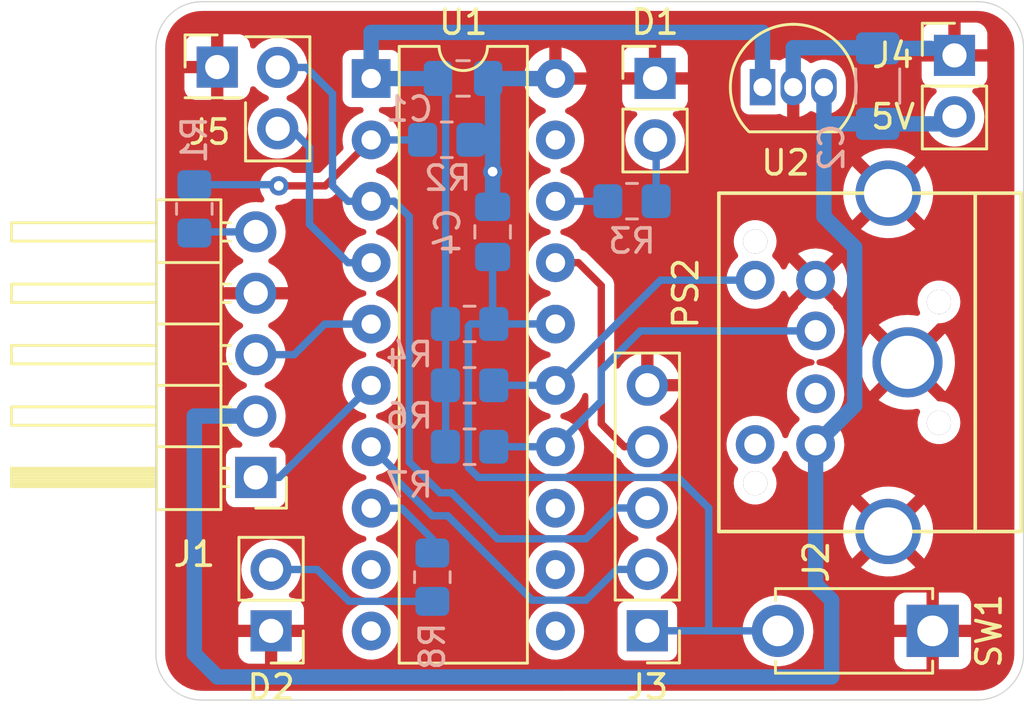
<source format=kicad_pcb>
(kicad_pcb (version 20211014) (generator pcbnew)
  (title_block (date "2022-07-04"))
  (layers (0 "F.Cu" signal) (31 "B.Cu" signal) (34 "B.Paste" user) (35 "F.Paste" user) (36 "B.SilkS" user "B.Silkscreen") (37 "F.SilkS" user "F.Silkscreen") (38 "B.Mask" user) (39 "F.Mask" user) (44 "Edge.Cuts" user))
  (net 0 "")
  (net 1 "+3V3")
  (net 2 "GND")
  (net 3 "+5V")
  (net 4 "Net-(D1-Pad2)")
  (net 5 "KBD_CLK")
  (net 6 "KBD_DTA")
  (net 7 "Net-(J1-Pad3)")
  (net 8 "PS2_DTA")
  (net 10 "PS2_CLK")
  (net 12 "_RST")
  (net 13 "TEST")
  (net 14 "KBD_BSY")
  (net 15 "Net-(R3-Pad1)")
  (net 16 "Net-(D2-Pad2)")
  (net 18 "Net-(J5-Pad3)")
  (net 19 "BSL_TX")
  (net 23 "BSL_RX")
  (net 24 "Net-(R8-Pad1)")
  (footprint "Connector_PinHeader_2.54mm:PinHeader_1x05_P2.54mm_Horizontal" (layer "F.Cu") (at 117.475 101.2825 180)
    (fp_text reference "J1" (at 2.54 -3.175 180) (layer "F.SilkS"))
    (fp_text value "Keyboard")
    (fp_line (start 4.1 -0.2) (end 10.1 -0.2) (layer "F.SilkS") (width 0.12))
    (fp_line (start 4.1 9.78) (end 10.1 9.78) (layer "F.SilkS") (width 0.12))
    (fp_line (start 4.1 -0.32) (end 10.1 -0.32) (layer "F.SilkS") (width 0.12))
    (fp_line (start 1.042929 9.78) (end 1.44 9.78) (layer "F.SilkS") (width 0.12))
    (fp_line (start 4.1 4.7) (end 10.1 4.7) (layer "F.SilkS") (width 0.12))
    (fp_line (start 1.042929 8) (end 1.44 8) (layer "F.SilkS") (width 0.12))
    (fp_line (start 4.1 -1.33) (end 1.44 -1.33) (layer "F.SilkS") (width 0.12))
    (fp_line (start 4.1 2.16) (end 10.1 2.16) (layer "F.SilkS") (width 0.12))
    (fp_line (start 1.11 0.38) (end 1.44 0.38) (layer "F.SilkS") (width 0.12))
    (fp_line (start 10.1 0.38) (end 4.1 0.38) (layer "F.SilkS") (width 0.12))
    (fp_line (start 10.1 4.7) (end 10.1 5.46) (layer "F.SilkS") (width 0.12))
    (fp_line (start 10.1 8) (end 4.1 8) (layer "F.SilkS") (width 0.12))
    (fp_line (start 10.1 -0.38) (end 10.1 0.38) (layer "F.SilkS") (width 0.12))
    (fp_line (start -1.27 -1.27) (end 0 -1.27) (layer "F.SilkS") (width 0.12))
    (fp_line (start 1.042929 4.7) (end 1.44 4.7) (layer "F.SilkS") (width 0.12))
    (fp_line (start -1.27 0) (end -1.27 -1.27) (layer "F.SilkS") (width 0.12))
    (fp_line (start 10.1 7.24) (end 10.1 8) (layer "F.SilkS") (width 0.12))
    (fp_line (start 4.1 0.04) (end 10.1 0.04) (layer "F.SilkS") (width 0.12))
    (fp_line (start 4.1 0.16) (end 10.1 0.16) (layer "F.SilkS") (width 0.12))
    (fp_line (start 1.042929 5.46) (end 1.44 5.46) (layer "F.SilkS") (width 0.12))
    (fp_line (start 1.44 -1.33) (end 1.44 11.49) (layer "F.SilkS") (width 0.12))
    (fp_line (start 10.1 2.16) (end 10.1 2.92) (layer "F.SilkS") (width 0.12))
    (fp_line (start 10.1 9.78) (end 10.1 10.54) (layer "F.SilkS") (width 0.12))
    (fp_line (start 4.1 -0.38) (end 10.1 -0.38) (layer "F.SilkS") (width 0.12))
    (fp_line (start 1.042929 2.92) (end 1.44 2.92) (layer "F.SilkS") (width 0.12))
    (fp_line (start 1.042929 7.24) (end 1.44 7.24) (layer "F.SilkS") (width 0.12))
    (fp_line (start 1.44 1.27) (end 4.1 1.27) (layer "F.SilkS") (width 0.12))
    (fp_line (start 4.1 11.49) (end 4.1 -1.33) (layer "F.SilkS") (width 0.12))
    (fp_line (start 4.1 7.24) (end 10.1 7.24) (layer "F.SilkS") (width 0.12))
    (fp_line (start 1.44 11.49) (end 4.1 11.49) (layer "F.SilkS") (width 0.12))
    (fp_line (start 1.11 -0.38) (end 1.44 -0.38) (layer "F.SilkS") (width 0.12))
    (fp_line (start 10.1 5.46) (end 4.1 5.46) (layer "F.SilkS") (width 0.12))
    (fp_line (start 1.44 8.89) (end 4.1 8.89) (layer "F.SilkS") (width 0.12))
    (fp_line (start 1.042929 10.54) (end 1.44 10.54) (layer "F.SilkS") (width 0.12))
    (fp_line (start 4.1 -0.08) (end 10.1 -0.08) (layer "F.SilkS") (width 0.12))
    (fp_line (start 1.44 6.35) (end 4.1 6.35) (layer "F.SilkS") (width 0.12))
    (fp_line (start 10.1 2.92) (end 4.1 2.92) (layer "F.SilkS") (width 0.12))
    (fp_line (start 10.1 10.54) (end 4.1 10.54) (layer "F.SilkS") (width 0.12))
    (fp_line (start 1.042929 2.16) (end 1.44 2.16) (layer "F.SilkS") (width 0.12))
    (fp_line (start 1.44 3.81) (end 4.1 3.81) (layer "F.SilkS") (width 0.12))
    (fp_line (start 4.1 0.28) (end 10.1 0.28) (layer "F.SilkS") (width 0.12))
    (pad "1" thru_hole rect (at 0 0 180) (size 1.7 1.7) (drill 1) (layers *.Cu *.Mask) (net 6 "KBD_DTA"))
    (pad "2" thru_hole oval (at 0 5.08 180) (size 1.7 1.7) (drill 1) (layers *.Cu *.Mask) (net 5 "KBD_CLK"))
    (pad "3" thru_hole oval (at 0 10.16 180) (size 1.7 1.7) (drill 1) (layers *.Cu *.Mask) (net 7 "Net-(J1-Pad3)"))
    (pad "4" thru_hole oval (at 0 2.54 180) (size 1.7 1.7) (drill 1) (layers *.Cu *.Mask) (net 3 "+5V"))
    (pad "5" thru_hole oval (at 0 7.62 180) (size 1.7 1.7) (drill 1) (layers *.Cu *.Mask) (net 2 "GND"))
  )
  (footprint "Connector_PinHeader_2.54mm:PinHeader_1x03_P2.54mm_Vertical" (layer "F.Cu") (at 118.3825 81.7775)
    (fp_text reference "J5" (at -2.8125 5.2175) (layer "F.SilkS"))
    (fp_text value "Conn_01x03")
    (fp_line (start -3.83 3.795) (end -1.5 3.795) (layer "F.SilkS") (width 0.12))
    (fp_line (start 1.33 1.27) (end 1.33 6.41) (layer "F.SilkS") (width 0.12))
    (fp_line (start -3.83 1.195) (end -2.5 1.195) (layer "F.SilkS") (width 0.12))
    (fp_line (start -3.83 2.525) (end -3.83 1.195) (layer "F.SilkS") (width 0.12))
    (fp_line (start -1.33 4) (end -1.33 6.41) (layer "F.SilkS") (width 0.12))
    (fp_line (start -1.33 1.27) (end 1.33 1.27) (layer "F.SilkS") (width 0.12))
    (fp_line (start -1.33 6.41) (end 1.33 6.41) (layer "F.SilkS") (width 0.12))
    (pad "1" thru_hole rect (at -2.5 2.525) (size 1.7 1.7) (drill 1) (layers *.Cu *.Mask) (net 2 "GND"))
    (pad "2" thru_hole oval (at 0 2.54) (size 1.7 1.7) (drill 1) (layers *.Cu *.Mask) (net 19 "BSL_TX"))
    (pad "3" thru_hole oval (at 0 5.08) (size 1.7 1.7) (drill 1) (layers *.Cu *.Mask) (net 18 "Net-(J5-Pad3)"))
  )
  (footprint "Connector_PinHeader_2.54mm:PinHeader_1x02_P2.54mm_Vertical" (layer "F.Cu") (at 145.465 107.6325 -90)
    (fp_text reference "SW1" (at 0 -2.33 90) (layer "F.SilkS"))
    (fp_text value "SW_Push")
    (fp_line (start 1.75 0) (end 1.75 6.5) (layer "F.SilkS") (width 0.12))
    (fp_line (start 1.25 6.5) (end 1.75 6.5) (layer "F.SilkS") (width 0.12))
    (fp_line (start -1.75 0) (end -1.33 0) (layer "F.SilkS") (width 0.12))
    (fp_line (start -1.75 6.5) (end -1.25 6.5) (layer "F.SilkS") (width 0.12))
    (fp_line (start 1.25 0) (end 1.75 0) (layer "F.SilkS") (width 0.12))
    (fp_line (start -1.75 0) (end -1.75 6.5) (layer "F.SilkS") (width 0.12))
    (pad "1" thru_hole rect (at 0 0 270) (size 2.159 2.159) (drill 1.27) (layers *.Cu *.Mask) (net 2 "GND"))
    (pad "2" thru_hole oval (at 0 6.4 270) (size 2.159 2.159) (drill 1.27) (layers *.Cu *.Mask) (net 12 "_RST"))
  )
  (footprint "Package_TO_SOT_THT:TO-92_Inline" (layer "F.Cu") (at 138.43 85.1325)
    (fp_text reference "U2" (at 0.9525 3.1325) (layer "F.SilkS"))
    (fp_text value "LP2950-3.3_TO92")
    (fp_line (start -0.53 1.85) (end 3.07 1.85) (layer "F.SilkS") (width 0.12))
    (fp_arc (start 1.27 -2.6) (mid 3.672087 -0.994977) (end 3.108478 1.838478) (layer "F.SilkS") (width 0.12))
    (fp_arc (start -0.568478 1.838478) (mid -1.132087 -0.994977) (end 1.27 -2.6) (layer "F.SilkS") (width 0.12))
    (pad "1" thru_hole rect locked (at 0 0) (size 1.05 1.5) (drill 0.75) (layers *.Cu *.Mask) (net 1 "+3V3"))
    (pad "2" thru_hole oval locked (at 1.27 0) (size 1.05 1.5) (drill 0.75) (layers *.Cu *.Mask) (net 2 "GND"))
    (pad "3" thru_hole oval locked (at 2.54 0) (size 1.05 1.5) (drill 0.75) (layers *.Cu *.Mask) (net 3 "+5V"))
  )
  (footprint "Package_DIP:DIP-20_W7.62mm" (layer "F.Cu") (at 122.247508 84.777504)
    (fp_text reference "U1" (at 3.81 -2.33) (layer "F.SilkS"))
    (fp_text value "MSP430G2403IN20")
    (fp_line (start 6.46 -1.33) (end 4.81 -1.33) (layer "F.SilkS") (width 0.12))
    (fp_line (start 2.81 -1.33) (end 1.16 -1.33) (layer "F.SilkS") (width 0.12))
    (fp_line (start 1.16 -1.33) (end 1.16 24.19) (layer "F.SilkS") (width 0.12))
    (fp_line (start 6.46 24.19) (end 6.46 -1.33) (layer "F.SilkS") (width 0.12))
    (fp_line (start 1.16 24.19) (end 6.46 24.19) (layer "F.SilkS") (width 0.12))
    (fp_arc (start 4.81 -1.33) (mid 3.81 -0.33) (end 2.81 -1.33) (layer "F.SilkS") (width 0.12))
    (pad "1" thru_hole rect locked (at 0 0) (size 1.6 1.6) (drill 0.8) (layers *.Cu *.Mask) (net 1 "+3V3"))
    (pad "2" thru_hole oval locked (at 0 2.54) (size 1.6 1.6) (drill 0.8) (layers *.Cu *.Mask) (net 14 "KBD_BSY"))
    (pad "3" thru_hole oval locked (at 0 5.08) (size 1.6 1.6) (drill 0.8) (layers *.Cu *.Mask) (net 19 "BSL_TX"))
    (pad "4" thru_hole oval locked (at 0 7.62) (size 1.6 1.6) (drill 0.8) (layers *.Cu *.Mask) (net 18 "Net-(J5-Pad3)"))
    (pad "5" thru_hole oval locked (at 0 10.16) (size 1.6 1.6) (drill 0.8) (layers *.Cu *.Mask) (net 5 "KBD_CLK"))
    (pad "6" thru_hole oval locked (at 0 12.7) (size 1.6 1.6) (drill 0.8) (layers *.Cu *.Mask) (net 6 "KBD_DTA"))
    (pad "7" thru_hole oval locked (at 0 15.24) (size 1.6 1.6) (drill 0.8) (layers *.Cu *.Mask) (net 23 "BSL_RX"))
    (pad "8" thru_hole oval locked (at 0 17.78) (size 1.6 1.6) (drill 0.8) (layers *.Cu *.Mask) (net 24 "Net-(R8-Pad1)"))
    (pad "9" thru_hole oval locked (at 0 20.32) (size 1.6 1.6) (drill 0.8) (layers *.Cu *.Mask))
    (pad "10" thru_hole oval locked (at 0 22.86) (size 1.6 1.6) (drill 0.8) (layers *.Cu *.Mask))
    (pad "11" thru_hole oval locked (at 7.62 22.86) (size 1.6 1.6) (drill 0.8) (layers *.Cu *.Mask))
    (pad "12" thru_hole oval locked (at 7.62 20.32) (size 1.6 1.6) (drill 0.8) (layers *.Cu *.Mask))
    (pad "13" thru_hole oval locked (at 7.62 17.78) (size 1.6 1.6) (drill 0.8) (layers *.Cu *.Mask))
    (pad "14" thru_hole oval locked (at 7.62 15.24) (size 1.6 1.6) (drill 0.8) (layers *.Cu *.Mask) (net 8 "PS2_DTA"))
    (pad "15" thru_hole oval locked (at 7.62 12.7) (size 1.6 1.6) (drill 0.8) (layers *.Cu *.Mask) (net 10 "PS2_CLK"))
    (pad "16" thru_hole oval locked (at 7.62 10.16) (size 1.6 1.6) (drill 0.8) (layers *.Cu *.Mask) (net 12 "_RST"))
    (pad "17" thru_hole oval locked (at 7.62 7.62) (size 1.6 1.6) (drill 0.8) (layers *.Cu *.Mask) (net 13 "TEST"))
    (pad "18" thru_hole oval locked (at 7.62 5.08) (size 1.6 1.6) (drill 0.8) (layers *.Cu *.Mask) (net 15 "Net-(R3-Pad1)"))
    (pad "19" thru_hole oval locked (at 7.62 2.54) (size 1.6 1.6) (drill 0.8) (layers *.Cu *.Mask))
    (pad "20" thru_hole oval locked (at 7.62 0) (size 1.6 1.6) (drill 0.8) (layers *.Cu *.Mask) (net 2 "GND"))
  )
  (footprint "TRS-80:minidin_6_ps2_pcb_mount" (layer "F.Cu") (at 142.875 96.52 -90)
    (fp_text reference "J2" (at 8.255 2.2225 90) (layer "F.SilkS"))
    (fp_text value "PS2" (at -2.8575 7.62 90) (layer "F.SilkS"))
    (fp_line (start -7 -4.35) (end 7 -4.35) (layer "F.SilkS") (width 0.15))
    (fp_line (start 7 6.25) (end 7 -6.25) (layer "F.SilkS") (width 0.15))
    (fp_line (start 7 -6.25) (end -7 -6.25) (layer "F.SilkS") (width 0.15))
    (fp_line (start -7 -6.25) (end -7 6.25) (layer "F.SilkS") (width 0.15))
    (fp_line (start -7 6.25) (end 7 6.25) (layer "F.SilkS") (width 0.15))
    (pad "0" thru_hole circle (at 7.000001 -0.75 270) (size 2.7 2.7) (drill 2) (layers *.Cu *.Mask) (net 2 "GND"))
    (pad "0" thru_hole circle (at -7.000001 -0.75 270) (size 2.7 2.7) (drill 2) (layers *.Cu *.Mask) (net 2 "GND"))
    (pad "0" thru_hole circle (at 0 -1.55 270) (size 2.899999 2.899999) (drill 2.2) (layers *.Cu *.Mask) (net 2 "GND"))
    (pad "1" thru_hole circle (at -1.3 2.25 270) (size 1.6 1.6) (drill 0.9) (layers *.Cu *.Mask) (net 8 "PS2_DTA"))
    (pad "2" thru_hole circle (at 1.3 2.25 270) (size 1.6 1.6) (drill 0.9) (layers *.Cu *.Mask))
    (pad "3" thru_hole circle (at -3.4 2.25 270) (size 1.6 1.6) (drill 0.9) (layers *.Cu *.Mask) (net 2 "GND"))
    (pad "4" thru_hole circle (at 3.4 2.25 270) (size 1.6 1.6) (drill 0.9) (layers *.Cu *.Mask) (net 3 "+5V"))
    (pad "5" thru_hole circle (at -3.4 4.75 270) (size 1.6 1.6) (drill 0.9) (layers *.Cu *.Mask) (net 10 "PS2_CLK"))
    (pad "6" thru_hole circle (at 3.4 4.75 270) (size 1.6 1.6) (drill 0.9) (layers *.Cu *.Mask))
    (pad "M1" thru_hole circle (at -2.5 -2.85 270) (size 1 1) (drill 1) (layers *.Cu *.Mask))
    (pad "M2" thru_hole circle (at 2.5 -2.85 270) (size 1 1) (drill 1) (layers *.Cu *.Mask))
    (pad "M3" thru_hole circle (at -5 4.75 270) (size 1 1) (drill 1) (layers *.Cu *.Mask))
    (pad "M4" thru_hole circle (at 5 4.75 270) (size 1 1) (drill 1) (layers *.Cu *.Mask))
  )
  (footprint "Connector_PinHeader_2.54mm:PinHeader_1x02_P2.54mm_Vertical" (layer "F.Cu") (at 133.985 84.7725)
    (fp_text reference "D1" (at 0 -2.33) (layer "F.SilkS"))
    (fp_text value "LED")
    (fp_line (start -1.33 -1.33) (end 0 -1.33) (layer "F.SilkS") (width 0.12))
    (fp_line (start 1.33 1.27) (end 1.33 3.87) (layer "F.SilkS") (width 0.12))
    (fp_line (start -1.33 1.27) (end -1.33 3.87) (layer "F.SilkS") (width 0.12))
    (fp_line (start -1.33 0) (end -1.33 -1.33) (layer "F.SilkS") (width 0.12))
    (fp_line (start -1.33 3.87) (end 1.33 3.87) (layer "F.SilkS") (width 0.12))
    (fp_line (start -1.33 1.27) (end 1.33 1.27) (layer "F.SilkS") (width 0.12))
    (pad "1" thru_hole rect (at 0 0) (size 1.7 1.7) (drill 1) (layers *.Cu *.Mask) (net 2 "GND"))
    (pad "2" thru_hole oval (at 0 2.54) (size 1.7 1.7) (drill 1) (layers *.Cu *.Mask) (net 4 "Net-(D1-Pad2)"))
  )
  (footprint "Connector_PinHeader_2.54mm:PinHeader_1x05_P2.54mm_Vertical" (layer "F.Cu") (at 133.6675 107.6275 180)
    (fp_text reference "J3" (at 0 -2.33) (layer "F.SilkS"))
    (fp_text value "Debug")
    (fp_line (start -1.33 0) (end -1.33 -1.33) (layer "F.SilkS") (width 0.12))
    (fp_line (start -1.33 1.27) (end -1.33 11.49) (layer "F.SilkS") (width 0.12))
    (fp_line (start -1.33 -1.33) (end 0 -1.33) (layer "F.SilkS") (width 0.12))
    (fp_line (start -1.33 11.49) (end 1.33 11.49) (layer "F.SilkS") (width 0.12))
    (fp_line (start 1.33 1.27) (end 1.33 11.49) (layer "F.SilkS") (width 0.12))
    (fp_line (start -1.33 1.27) (end 1.33 1.27) (layer "F.SilkS") (width 0.12))
    (pad "1" thru_hole rect locked (at 0 0 180) (size 1.7 1.7) (drill 1) (layers *.Cu *.Mask) (net 12 "_RST"))
    (pad "2" thru_hole oval locked (at 0 2.54 180) (size 1.7 1.7) (drill 1) (layers *.Cu *.Mask) (net 23 "BSL_RX"))
    (pad "3" thru_hole oval locked (at 0 5.08 180) (size 1.7 1.7) (drill 1) (layers *.Cu *.Mask) (net 19 "BSL_TX"))
    (pad "4" thru_hole oval locked (at 0 7.62 180) (size 1.7 1.7) (drill 1) (layers *.Cu *.Mask) (net 13 "TEST"))
    (pad "5" thru_hole oval locked (at 0 10.16 180) (size 1.7 1.7) (drill 1) (layers *.Cu *.Mask) (net 2 "GND"))
  )
  (footprint "Connector_PinHeader_2.54mm:PinHeader_1x02_P2.54mm_Vertical" (layer "F.Cu") (at 146.3675 83.82)
    (fp_text reference "J4" (at -2.54 0) (layer "F.SilkS"))
    (fp_text value "5V" (at -2.54 2.54) (layer "F.SilkS"))
    (fp_line (start 1.33 1.27) (end 1.33 3.87) (layer "F.SilkS") (width 0.12))
    (fp_line (start -1.33 1.27) (end -1.33 3.87) (layer "F.SilkS") (width 0.12))
    (fp_line (start -1.33 3.87) (end 1.33 3.87) (layer "F.SilkS") (width 0.12))
    (fp_line (start -1.33 1.27) (end 1.33 1.27) (layer "F.SilkS") (width 0.12))
    (fp_line (start -1.33 -1.33) (end 0 -1.33) (layer "F.SilkS") (width 0.12))
    (fp_line (start -1.33 0) (end -1.33 -1.33) (layer "F.SilkS") (width 0.12))
    (pad "1" thru_hole rect locked (at 0 0) (size 1.7 1.7) (drill 1) (layers *.Cu *.Mask) (net 2 "GND"))
    (pad "2" thru_hole oval locked (at 0 2.54) (size 1.7 1.7) (drill 1) (layers *.Cu *.Mask) (net 3 "+5V"))
  )
  (footprint "Connector_PinHeader_2.54mm:PinHeader_1x02_P2.54mm_Vertical" (layer "F.Cu") (at 118.11 107.6325 180)
    (fp_text reference "D2" (at 0 -2.33) (layer "F.SilkS"))
    (fp_text value "LED")
    (fp_line (start -1.33 3.87) (end 1.33 3.87) (layer "F.SilkS") (width 0.12))
    (fp_line (start -1.33 0) (end -1.33 -1.33) (layer "F.SilkS") (width 0.12))
    (fp_line (start -1.33 1.27) (end 1.33 1.27) (layer "F.SilkS") (width 0.12))
    (fp_line (start -1.33 1.27) (end -1.33 3.87) (layer "F.SilkS") (width 0.12))
    (fp_line (start -1.33 -1.33) (end 0 -1.33) (layer "F.SilkS") (width 0.12))
    (fp_line (start 1.33 1.27) (end 1.33 3.87) (layer "F.SilkS") (width 0.12))
    (pad "1" thru_hole rect locked (at 0 0 180) (size 1.7 1.7) (drill 1) (layers *.Cu *.Mask) (net 2 "GND"))
    (pad "2" thru_hole oval locked (at 0 2.54 180) (size 1.7 1.7) (drill 1) (layers *.Cu *.Mask) (net 16 "Net-(D2-Pad2)"))
  )
  (footprint "Resistor_SMD:R_0805_2012Metric_Pad1.20x1.40mm_HandSolder" (layer "B.Cu") (at 114.935 90.17 90)
    (fp_text reference "R1" (at 2.8575 0 90) (layer "B.SilkS") (effects (justify mirror)))
    (fp_text value "4.7k")
    (fp_line (start -0.227064 -0.735) (end 0.227064 -0.735) (layer "B.SilkS") (width 0.12))
    (fp_line (start -0.227064 0.735) (end 0.227064 0.735) (layer "B.SilkS") (width 0.12))
    (pad "1" smd roundrect locked (at -1 0 90) (size 1.2 1.4) (layers "B.Cu" "B.Paste" "B.Mask") (roundrect_rratio 0.2083333333) (net 7 "Net-(J1-Pad3)"))
    (pad "2" smd roundrect locked (at 1 0 90) (size 1.2 1.4) (layers "B.Cu" "B.Paste" "B.Mask") (roundrect_rratio 0.2083333333) (net 14 "KBD_BSY"))
  )
  (footprint "Capacitor_SMD:C_0805_2012Metric_Pad1.18x1.45mm_HandSolder" (layer "B.Cu") (at 126.0475 84.7725)
    (fp_text reference "C1" (at -2.2225 1.27) (layer "B.SilkS") (effects (justify mirror)))
    (fp_text value "0.1uF")
    (fp_line (start -0.261252 0.735) (end 0.261252 0.735) (layer "B.SilkS") (width 0.12))
    (fp_line (start -0.261252 -0.735) (end 0.261252 -0.735) (layer "B.SilkS") (width 0.12))
    (pad "1" smd roundrect locked (at -1.0375 0) (size 1.175 1.45) (layers "B.Cu" "B.Paste" "B.Mask") (roundrect_rratio 0.2127659574) (net 1 "+3V3"))
    (pad "2" smd roundrect locked (at 1.0375 0) (size 1.175 1.45) (layers "B.Cu" "B.Paste" "B.Mask") (roundrect_rratio 0.2127659574) (net 2 "GND"))
  )
  (footprint "Capacitor_SMD:C_0805_2012Metric_Pad1.18x1.45mm_HandSolder" (layer "B.Cu") (at 127.27 91.1225 90)
    (fp_text reference "C4" (at 0 -1.8575 90) (layer "B.SilkS") (effects (justify mirror)))
    (fp_text value "1nF")
    (fp_line (start -0.261252 0.735) (end 0.261252 0.735) (layer "B.SilkS") (width 0.12))
    (fp_line (start -0.261252 -0.735) (end 0.261252 -0.735) (layer "B.SilkS") (width 0.12))
    (pad "1" smd roundrect locked (at -1.0375 0 90) (size 1.175 1.45) (layers "B.Cu" "B.Paste" "B.Mask") (roundrect_rratio 0.2127659574) (net 12 "_RST"))
    (pad "2" smd roundrect locked (at 1.0375 0 90) (size 1.175 1.45) (layers "B.Cu" "B.Paste" "B.Mask") (roundrect_rratio 0.2127659574) (net 2 "GND"))
  )
  (footprint "Capacitor_SMD:C_1206_3216Metric_Pad1.33x1.80mm_HandSolder" (layer "B.Cu") (at 143.1925 85.09 90)
    (fp_text reference "C2" (at -2.54 -1.905 90) (layer "B.SilkS") (effects (justify mirror)))
    (fp_text value "10u")
    (fp_line (start -0.711252 -0.91) (end 0.711252 -0.91) (layer "B.SilkS") (width 0.12))
    (fp_line (start -0.711252 0.91) (end 0.711252 0.91) (layer "B.SilkS") (width 0.12))
    (pad "1" smd roundrect locked (at -1.5625 0 90) (size 1.325 1.8) (layers "B.Cu" "B.Paste" "B.Mask") (roundrect_rratio 0.1886792453) (net 3 "+5V"))
    (pad "2" smd roundrect locked (at 1.5625 0 90) (size 1.325 1.8) (layers "B.Cu" "B.Paste" "B.Mask") (roundrect_rratio 0.1886792453) (net 2 "GND"))
  )
  (footprint "Resistor_SMD:R_0805_2012Metric_Pad1.20x1.40mm_HandSolder" (layer "B.Cu") (at 126.3175 100.0125 180)
    (fp_text reference "R7" (at 2.4925 -1.5875) (layer "B.SilkS") (effects (justify mirror)))
    (fp_text value "2K")
    (fp_line (start -0.227064 0.735) (end 0.227064 0.735) (layer "B.SilkS") (width 0.12))
    (fp_line (start -0.227064 -0.735) (end 0.227064 -0.735) (layer "B.SilkS") (width 0.12))
    (pad "1" smd roundrect locked (at -1 0 180) (size 1.2 1.4) (layers "B.Cu" "B.Paste" "B.Mask") (roundrect_rratio 0.2083333333) (net 8 "PS2_DTA"))
    (pad "2" smd roundrect locked (at 1 0 180) (size 1.2 1.4) (layers "B.Cu" "B.Paste" "B.Mask") (roundrect_rratio 0.2083333333) (net 1 "+3V3"))
  )
  (footprint "Resistor_SMD:R_0805_2012Metric_Pad1.20x1.40mm_HandSolder" (layer "B.Cu") (at 125.375008 87.3125)
    (fp_text reference "R2" (at 0.037492 1.5875) (layer "B.SilkS") (effects (justify mirror)))
    (fp_text value "10k")
    (fp_line (start -0.227064 0.735) (end 0.227064 0.735) (layer "B.SilkS") (width 0.12))
    (fp_line (start -0.227064 -0.735) (end 0.227064 -0.735) (layer "B.SilkS") (width 0.12))
    (pad "1" smd roundrect locked (at -1 0) (size 1.2 1.4) (layers "B.Cu" "B.Paste" "B.Mask") (roundrect_rratio 0.2083333333) (net 14 "KBD_BSY"))
    (pad "2" smd roundrect locked (at 1 0) (size 1.2 1.4) (layers "B.Cu" "B.Paste" "B.Mask") (roundrect_rratio 0.2083333333) (net 2 "GND"))
  )
  (footprint "Resistor_SMD:R_0805_2012Metric_Pad1.20x1.40mm_HandSolder" (layer "B.Cu") (at 126.3175 94.9325)
    (fp_text reference "R4" (at -2.4925 1.27) (layer "B.SilkS") (effects (justify mirror)))
    (fp_text value "10k")
    (fp_line (start -0.227064 -0.735) (end 0.227064 -0.735) (layer "B.SilkS") (width 0.12))
    (fp_line (start -0.227064 0.735) (end 0.227064 0.735) (layer "B.SilkS") (width 0.12))
    (pad "1" smd roundrect locked (at -1 0) (size 1.2 1.4) (layers "B.Cu" "B.Paste" "B.Mask") (roundrect_rratio 0.2083333333) (net 1 "+3V3"))
    (pad "2" smd roundrect locked (at 1 0) (size 1.2 1.4) (layers "B.Cu" "B.Paste" "B.Mask") (roundrect_rratio 0.2083333333) (net 12 "_RST"))
  )
  (footprint "Resistor_SMD:R_0805_2012Metric_Pad1.20x1.40mm_HandSolder" (layer "B.Cu") (at 133.0325 89.8525)
    (fp_text reference "R3" (at 0 1.65) (layer "B.SilkS") (effects (justify mirror)))
    (fp_text value "270")
    (fp_line (start -0.227064 -0.735) (end 0.227064 -0.735) (layer "B.SilkS") (width 0.12))
    (fp_line (start -0.227064 0.735) (end 0.227064 0.735) (layer "B.SilkS") (width 0.12))
    (pad "1" smd roundrect locked (at -1 0) (size 1.2 1.4) (layers "B.Cu" "B.Paste" "B.Mask") (roundrect_rratio 0.2083333333) (net 15 "Net-(R3-Pad1)"))
    (pad "2" smd roundrect locked (at 1 0) (size 1.2 1.4) (layers "B.Cu" "B.Paste" "B.Mask") (roundrect_rratio 0.2083333333) (net 4 "Net-(D1-Pad2)"))
  )
  (footprint "Resistor_SMD:R_0805_2012Metric_Pad1.20x1.40mm_HandSolder" (layer "B.Cu") (at 126.3175 97.4725 180)
    (fp_text reference "R6" (at 2.4925 -1.27) (layer "B.SilkS") (effects (justify mirror)))
    (fp_text value "2K")
    (fp_line (start -0.227064 -0.735) (end 0.227064 -0.735) (layer "B.SilkS") (width 0.12))
    (fp_line (start -0.227064 0.735) (end 0.227064 0.735) (layer "B.SilkS") (width 0.12))
    (pad "1" smd roundrect locked (at -1 0 180) (size 1.2 1.4) (layers "B.Cu" "B.Paste" "B.Mask") (roundrect_rratio 0.2083333333) (net 10 "PS2_CLK"))
    (pad "2" smd roundrect locked (at 1 0 180) (size 1.2 1.4) (layers "B.Cu" "B.Paste" "B.Mask") (roundrect_rratio 0.2083333333) (net 1 "+3V3"))
  )
  (footprint "Resistor_SMD:R_0805_2012Metric_Pad1.20x1.40mm_HandSolder" (layer "B.Cu") (at 124.7775 105.41 -90)
    (fp_text reference "R8" (at 2.8575 0 90) (layer "B.SilkS") (effects (justify mirror)))
    (fp_text value "270")
    (fp_line (start -0.227064 -0.735) (end 0.227064 -0.735) (layer "B.SilkS") (width 0.12))
    (fp_line (start -0.227064 0.735) (end 0.227064 0.735) (layer "B.SilkS") (width 0.12))
    (pad "1" smd roundrect locked (at -1 0 270) (size 1.2 1.4) (layers "B.Cu" "B.Paste" "B.Mask") (roundrect_rratio 0.2083333333) (net 24 "Net-(R8-Pad1)"))
    (pad "2" smd roundrect locked (at 1 0 270) (size 1.2 1.4) (layers "B.Cu" "B.Paste" "B.Mask") (roundrect_rratio 0.2083333333) (net 16 "Net-(D2-Pad2)"))
  )
  (gr_line (start 115.2525 110.495) (end 147.32 110.49) (layer "Edge.Cuts") (width 0.05))
  (gr_line (start 115.2525 81.5975) (end 147.32 81.5975) (layer "Edge.Cuts") (width 0.05))
  (gr_line (start 149.225 108.585) (end 149.225 83.5025) (layer "Edge.Cuts") (width 0.05))
  (gr_arc (start 113.3475 83.5025) (mid 113.905462 82.155462) (end 115.2525 81.5975) (layer "Edge.Cuts") (width 0.05))
  (gr_line (start 113.3475 108.59) (end 113.3475 83.5025) (layer "Edge.Cuts") (width 0.05))
  (gr_arc (start 147.32 81.5975) (mid 148.667038 82.155462) (end 149.225 83.5025) (layer "Edge.Cuts") (width 0.05))
  (gr_arc (start 149.225 108.585) (mid 148.667038 109.932038) (end 147.32 110.49) (layer "Edge.Cuts") (width 0.05))
  (gr_arc (start 115.2525 110.495) (mid 113.905462 109.937038) (end 113.3475 108.59) (layer "Edge.Cuts") (width 0.05))
  (segment (start 122.247508 84.777504) (end 125.004996 84.777504) (width 0.635) (layer "B.Cu") (net 1))
  (segment (start 122.247508 82.877508) (end 122.247508 84.777504) (width 0.635) (layer "B.Cu") (net 1))
  (segment (start 138.43 82.8675) (end 138.43 85.132494) (width 0.635) (layer "B.Cu") (net 1))
  (segment (start 125.326928 100.003072) (end 125.326928 85.089428) (width 0.3048) (layer "B.Cu") (net 1))
  (segment (start 122.2375 82.8675) (end 138.43 82.8675) (width 0.635) (layer "B.Cu") (net 1))
  (via (at 127.270002 88.629998) (size 0.8) (drill 0.4) (layers "F.Cu" "B.Cu") (net 2))
  (segment (start 129.867508 84.777504) (end 127.089992 84.777504) (width 0.635) (layer "B.Cu") (net 2))
  (segment (start 139.7 83.5025) (end 143.167506 83.5025) (width 0.635) (layer "B.Cu") (net 2))
  (segment (start 145.415 83.5025) (end 146.05 83.5025) (width 0.25) (layer "B.Cu") (net 2))
  (segment (start 139.7 85.132494) (end 139.7 83.5025) (width 0.635) (layer "B.Cu") (net 2))
  (segment (start 143.1925 83.527494) (end 145.390006 83.527494) (width 0.635) (layer "B.Cu") (net 2))
  (segment (start 126.375008 87.3125) (end 127.2225 87.3125) (width 0.3048) (layer "B.Cu") (net 2))
  (segment (start 127.270002 88.629998) (end 127.270002 87.265002) (width 0.635) (layer "B.Cu") (net 2))
  (segment (start 127.270002 87.265002) (end 127.270002 84.957488) (width 0.635) (layer "B.Cu") (net 2))
  (segment (start 145.39 83.5275) (end 145.415 83.5025) (width 0.25) (layer "B.Cu") (net 2))
  (segment (start 127.270002 90.085012) (end 127.270002 88.629998) (width 0.635) (layer "B.Cu") (net 2))
  (segment (start 127.2225 87.3125) (end 127.27 87.265) (width 0.3048) (layer "B.Cu") (net 2))
  (segment (start 143.1925 86.652506) (end 145.707506 86.652506) (width 0.635) (layer "B.Cu") (net 3))
  (segment (start 142.24 91.7575) (end 142.24 98.30501) (width 0.635) (layer "B.Cu") (net 3))
  (segment (start 140.97 86.6775) (end 140.97 85.1325) (width 0.635) (layer "B.Cu") (net 3))
  (segment (start 140.97 90.4875) (end 140.97 86.6775) (width 0.635) (layer "B.Cu") (net 3))
  (segment (start 140.624992 105.699992) (end 141.2875 106.3625) (width 0.635) (layer "B.Cu") (net 3))
  (segment (start 140.995 86.6525) (end 140.97 86.6775) (width 0.25) (layer "B.Cu") (net 3))
  (segment (start 143.1925 86.652506) (end 140.994994 86.652506) (width 0.635) (layer "B.Cu") (net 3))
  (segment (start 114.935 98.7425) (end 114.935 108.585) (width 0.635) (layer "B.Cu") (net 3))
  (segment (start 141.2875 106.3625) (end 141.2875 109.5375) (width 0.635) (layer "B.Cu") (net 3))
  (segment (start 142.24 98.30501) (end 140.624992 99.919993) (width 0.635) (layer "B.Cu") (net 3))
  (segment (start 141.2875 109.5375) (end 115.8875 109.5375) (width 0.635) (layer "B.Cu") (net 3))
  (segment (start 140.624992 99.919993) (end 140.624992 105.699992) (width 0.635) (layer "B.Cu") (net 3))
  (segment (start 140.97 90.4875) (end 142.24 91.7575) (width 0.635) (layer "B.Cu") (net 3))
  (segment (start 117.475 98.7425) (end 114.935 98.7425) (width 0.635) (layer "B.Cu") (net 3))
  (segment (start 114.935 108.585) (end 115.8875 109.5375) (width 0.635) (layer "B.Cu") (net 3))
  (segment (start 134.0325 89.8525) (end 134.0325 87.36) (width 0.3048) (layer "B.Cu") (net 4))
  (segment (start 120.327496 94.937504) (end 122.247508 94.937504) (width 0.3048) (layer "B.Cu") (net 5))
  (segment (start 119.0625 96.2025) (end 120.327496 94.937504) (width 0.3048) (layer "B.Cu") (net 5))
  (segment (start 117.475 96.2025) (end 119.0625 96.2025) (width 0.3048) (layer "B.Cu") (net 5))
  (segment (start 117.475 101.2825) (end 118.442512 101.2825) (width 0.3048) (layer "B.Cu") (net 6))
  (segment (start 118.442512 101.2825) (end 122.247508 97.477504) (width 0.3048) (layer "B.Cu") (net 6))
  (segment (start 117.475 91.1225) (end 114.9825 91.1225) (width 0.3048) (layer "B.Cu") (net 7))
  (segment (start 127.3175 100.0125) (end 129.862504 100.0125) (width 0.3048) (layer "B.Cu") (net 8))
  (segment (start 131.7625 96.8375) (end 133.38 95.22) (width 0.3048) (layer "B.Cu") (net 8))
  (segment (start 133.38 95.22) (end 140.625 95.22) (width 0.3048) (layer "B.Cu") (net 8))
  (segment (start 129.867508 100.017504) (end 131.7625 98.122512) (width 0.3048) (layer "B.Cu") (net 8))
  (segment (start 131.7625 98.122512) (end 131.7625 96.8375) (width 0.3048) (layer "B.Cu") (net 8))
  (segment (start 127.3175 97.4725) (end 129.862504 97.4725) (width 0.3048) (layer "B.Cu") (net 10))
  (segment (start 134.21 93.12) (end 138.02 93.12) (width 0.3048) (layer "B.Cu") (net 10))
  (segment (start 129.867508 97.462492) (end 134.21 93.12) (width 0.3048) (layer "B.Cu") (net 10))
  (segment (start 127.3175 94.9325) (end 126.365 94.9325) (width 0.3048) (layer "B.Cu") (net 12))
  (segment (start 136.2075 102.5525) (end 136.2075 107.6325) (width 0.3048) (layer "B.Cu") (net 12))
  (segment (start 136.2025 107.6275) (end 136.2075 107.6325) (width 0.3048) (layer "B.Cu") (net 12))
  (segment (start 139.065 107.6325) (end 136.2075 107.6325) (width 0.3048) (layer "B.Cu") (net 12))
  (segment (start 126.6825 101.2825) (end 134.9375 101.2825) (width 0.3048) (layer "B.Cu") (net 12))
  (segment (start 134.9375 101.2825) (end 136.2075 102.5525) (width 0.3048) (layer "B.Cu") (net 12))
  (segment (start 126.26942 95.02808) (end 126.26942 100.86942) (width 0.3048) (layer "B.Cu") (net 12))
  (segment (start 126.26942 100.86942) (end 126.6825 101.2825) (width 0.3048) (layer "B.Cu") (net 12))
  (segment (start 133.6675 107.6275) (end 136.2025 107.6275) (width 0.3048) (layer "B.Cu") (net 12))
  (segment (start 127.27 92.16) (end 127.27 94.885) (width 0.3048) (layer "B.Cu") (net 12))
  (segment (start 127.3175 94.9325) (end 129.862504 94.9325) (width 0.3048) (layer "B.Cu") (net 12))
  (segment (start 126.365 94.9325) (end 126.26942 95.02808) (width 0.3048) (layer "B.Cu") (net 12))
  (segment (start 130.815004 92.397504) (end 131.7625 93.345) (width 0.3048) (layer "F.Cu") (net 13))
  (segment (start 131.7625 93.345) (end 131.7625 99.06) (width 0.3048) (layer "F.Cu") (net 13))
  (segment (start 129.867508 92.397504) (end 130.815004 92.397504) (width 0.3048) (layer "F.Cu") (net 13))
  (segment (start 133.6675 100.0075) (end 132.72 100.0075) (width 0.3048) (layer "F.Cu") (net 13))
  (segment (start 132.715 100.0125) (end 131.7625 99.06) (width 0.3048) (layer "F.Cu") (net 13))
  (segment (start 132.72 100.0075) (end 132.715 100.0125) (width 0.3048) (layer "F.Cu") (net 13))
  (segment (start 122.247508 87.317504) (end 120.347512 89.2175) (width 0.3048) (layer "F.Cu") (net 14))
  (segment (start 120.347512 89.2175) (end 118.4275 89.2175) (width 0.3048) (layer "F.Cu") (net 14))
  (via (at 118.4275 89.2175) (size 0.8) (drill 0.4) (layers "F.Cu" "B.Cu") (net 14))
  (segment (start 122.247508 87.317504) (end 124.370004 87.317504) (width 0.3048) (layer "B.Cu") (net 14))
  (segment (start 118.38 89.17) (end 118.4275 89.2175) (width 0.3048) (layer "B.Cu") (net 14))
  (segment (start 114.935 89.17) (end 118.38 89.17) (width 0.3048) (layer "B.Cu") (net 14))
  (segment (start 129.867508 89.857504) (end 132.027496 89.857504) (width 0.3048) (layer "B.Cu") (net 15))
  (segment (start 124.7775 106.41) (end 121.3325 106.41) (width 0.3048) (layer "B.Cu") (net 16))
  (segment (start 120.015 105.0925) (end 118.11 105.0925) (width 0.3048) (layer "B.Cu") (net 16))
  (segment (start 121.3325 106.41) (end 120.015 105.0925) (width 0.3048) (layer "B.Cu") (net 16))
  (segment (start 119.6975 87.63) (end 118.925 86.8575) (width 0.3048) (layer "B.Cu") (net 18))
  (segment (start 121.290004 92.397504) (end 119.6975 90.805) (width 0.3048) (layer "B.Cu") (net 18))
  (segment (start 119.6975 90.805) (end 119.6975 87.63) (width 0.3048) (layer "B.Cu") (net 18))
  (segment (start 122.247508 92.397504) (end 121.290004 92.397504) (width 0.3048) (layer "B.Cu") (net 18))
  (segment (start 120.65 89.2175) (end 120.65 85.4075) (width 0.3048) (layer "B.Cu") (net 19))
  (segment (start 132.4025 102.5475) (end 133.6675 102.5475) (width 0.3048) (layer "B.Cu") (net 19))
  (segment (start 122.247508 89.857504) (end 123.184996 89.857504) (width 0.3048) (layer "B.Cu") (net 19))
  (segment (start 123.825 90.4875) (end 123.825 100.6475) (width 0.3048) (layer "B.Cu") (net 19))
  (segment (start 131.1275 103.8225) (end 132.4025 102.5475) (width 0.3048) (layer "B.Cu") (net 19))
  (segment (start 127.476257 103.8225) (end 131.1275 103.8225) (width 0.3048) (layer "B.Cu") (net 19))
  (segment (start 123.19 89.8525) (end 123.825 90.4875) (width 0.3048) (layer "B.Cu") (net 19))
  (segment (start 125.571256 101.9175) (end 127.476257 103.8225) (width 0.3048) (layer "B.Cu") (net 19))
  (segment (start 119.56 84.3175) (end 118.3825 84.3175) (width 0.3048) (layer "B.Cu") (net 19))
  (segment (start 122.247508 89.857504) (end 121.290004 89.857504) (width 0.3048) (layer "B.Cu") (net 19))
  (segment (start 125.095 101.9175) (end 125.571256 101.9175) (width 0.3048) (layer "B.Cu") (net 19))
  (segment (start 123.825 100.6475) (end 125.095 101.9175) (width 0.3048) (layer "B.Cu") (net 19))
  (segment (start 120.65 85.4075) (end 119.56 84.3175) (width 0.3048) (layer "B.Cu") (net 19))
  (segment (start 121.290004 89.857504) (end 120.65 89.2175) (width 0.3048) (layer "B.Cu") (net 19))
  (segment (start 123.184996 89.857504) (end 123.19 89.8525) (width 0.3048) (layer "B.Cu") (net 19))
  (segment (start 128.905 106.3625) (end 125.4125 102.87) (width 0.3048) (layer "B.Cu") (net 23))
  (segment (start 123.19 100.959996) (end 122.247508 100.017504) (width 0.3048) (layer "B.Cu") (net 23))
  (segment (start 123.19 101.2825) (end 123.19 100.959996) (width 0.3048) (layer "B.Cu") (net 23))
  (segment (start 131.1275 106.3625) (end 128.905 106.3625) (width 0.3048) (layer "B.Cu") (net 23))
  (segment (start 133.6675 105.0875) (end 132.4025 105.0875) (width 0.3048) (layer "B.Cu") (net 23))
  (segment (start 124.7775 102.87) (end 123.19 101.2825) (width 0.3048) (layer "B.Cu") (net 23))
  (segment (start 125.4125 102.87) (end 124.7775 102.87) (width 0.3048) (layer "B.Cu") (net 23))
  (segment (start 132.4025 105.0875) (end 131.1275 106.3625) (width 0.3048) (layer "B.Cu") (net 23))
  (segment (start 123.5075 102.557504) (end 124.7775 103.827504) (width 0.3048) (layer "B.Cu") (net 24))
  (segment (start 124.7775 103.827504) (end 124.7775 104.41) (width 0.3048) (layer "B.Cu") (net 24))
  (segment (start 122.247508 102.557504) (end 123.5075 102.557504) (width 0.3048) (layer "B.Cu") (net 24))
  (zone (net 2) (net_name "GND") (layer "F.Cu") (connect_pads (clearance 0.381)) (min_thickness 0.254) (fill yes (thermal_gap 0.508) (thermal_bridge_width 0.508))
    (polygon (pts (xy 149.225 110.49) (xy 113.3475 110.49) (xy 113.3475 81.5975) (xy 149.225 81.5975)))
  )
)
</source>
